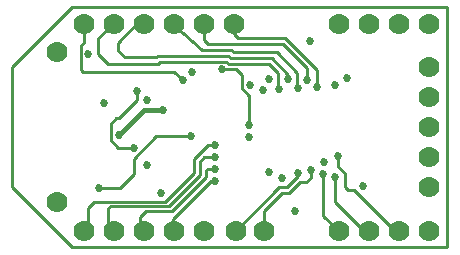
<source format=gbl>
G04 Layer_Physical_Order=4*
G04 Layer_Color=11436288*
%FSAX24Y24*%
%MOIN*%
G70*
G01*
G75*
%ADD26C,0.0100*%
%ADD27C,0.0150*%
%ADD32C,0.0700*%
%ADD33C,0.0270*%
D26*
X-010980Y003330D02*
X-010460D01*
X-011220Y003570D02*
X-010980Y003330D01*
X-011630Y001980D02*
X-010930D01*
X-010620Y002290D01*
X-009568Y006185D02*
X-007382D01*
X-009653Y006100D02*
X-009568Y006185D01*
X-007382D02*
X-007297Y006100D01*
X-009651Y006385D02*
X-007299D01*
X-009701Y006335D02*
X-009651Y006385D01*
X-009107Y005860D02*
X-008822Y005575D01*
X-012160Y005860D02*
X-009107D01*
X-012225Y005925D02*
X-012160Y005860D01*
X-007299Y006385D02*
X-007214Y006300D01*
X-012225Y005925D02*
Y006727D01*
X-012100Y006852D01*
X-010450Y002450D02*
Y002950D01*
X-010615Y002285D02*
X-010450Y002450D01*
Y002950D02*
X-009700Y003700D01*
X-009417Y001530D02*
X-008450Y002497D01*
X-009284Y001380D02*
X-008250Y002414D01*
X-011220Y001380D02*
X-009284D01*
X-011300Y001300D02*
X-011220Y001380D01*
X-011770Y001530D02*
X-009417D01*
X-011992Y001308D02*
X-011770Y001530D01*
X-010620Y002290D02*
X-010615Y002285D01*
X-011050Y004300D02*
X-010950D01*
X-010350Y004900D01*
X-011220Y004130D02*
X-011050Y004300D01*
X-011220Y003570D02*
Y004130D01*
X-012100Y006852D02*
Y007450D01*
X-011635Y006432D02*
Y006965D01*
Y006432D02*
X-011303Y006100D01*
X-009653D01*
X-010970Y006555D02*
Y006830D01*
Y006555D02*
X-010750Y006335D01*
X-010970Y006830D02*
X-010300Y007500D01*
X-012100Y000550D02*
X-011992Y000608D01*
Y001308D01*
X-009150Y000948D02*
X-007898Y002200D01*
X-009150Y000600D02*
Y000948D01*
Y000600D02*
X-009100Y000550D01*
X-011300Y000750D02*
Y001300D01*
Y000750D02*
X-011100Y000550D01*
X-010050Y001200D02*
X-009181D01*
X-010250Y001000D02*
X-010050Y001200D01*
X-010250Y000750D02*
Y001000D01*
Y000750D02*
X-009950Y000450D01*
X-007898Y002200D02*
X-007750D01*
X-009181Y001200D02*
X-008050Y002331D01*
X-008000Y002600D02*
X-007750D01*
X-008050Y002550D02*
X-008000Y002600D01*
X-008050Y002331D02*
Y002550D01*
X-008100Y003000D02*
X-007750D01*
X-008250Y002850D02*
X-008100Y003000D01*
X-008250Y002414D02*
Y002850D01*
X-008450Y002947D02*
X-007997Y003400D01*
X-008450Y002497D02*
Y002947D01*
X-007997Y003400D02*
X-007750D01*
X-010350Y004900D02*
Y005200D01*
X-007050Y000550D02*
X-005600Y002000D01*
X-005350D01*
X-006100Y000550D02*
Y001217D01*
X-005517Y001800D01*
X-005267D01*
X-004902Y002165D01*
X-004150Y001050D02*
X-003600Y000550D01*
X-003750Y001500D02*
X-002750Y000500D01*
X-002600Y000550D01*
X-004150Y001050D02*
Y002450D01*
X-003750Y001500D02*
Y002350D01*
X-003400Y002000D02*
X-003300Y001900D01*
X-003400Y002000D02*
Y002450D01*
X-003418Y002465D02*
X-003415D01*
X-003400Y002450D01*
X-003650Y002697D02*
X-003418Y002465D01*
X-003650Y002697D02*
Y003053D01*
X-003300Y001900D02*
X-003100D01*
X-001700Y000500D01*
X-001600Y000550D01*
X-006860Y005307D02*
Y005760D01*
X-011635Y006965D02*
X-011100Y007450D01*
X-008100Y006901D02*
Y007500D01*
X-005947Y006100D02*
X-005665Y005818D01*
X-007297Y006100D02*
X-005947D01*
X-005864Y006300D02*
X-005300Y005736D01*
X-007214Y006300D02*
X-005864D01*
X-005697Y006500D02*
X-005015Y005818D01*
X-007131Y006500D02*
X-005697D01*
X-007216Y006585D02*
X-007131Y006500D01*
X-008100Y006901D02*
X-007984Y006785D01*
X-005485D01*
X-007100Y007100D02*
Y007500D01*
Y007100D02*
X-006985Y006985D01*
X-005402D01*
X-010750Y006335D02*
X-009701D01*
X-008185Y006585D02*
X-007216D01*
X-009700Y003700D02*
X-008550D01*
X-009100Y007400D02*
X-008185Y006585D01*
X-005350Y002000D02*
X-004980Y002370D01*
Y002470D01*
X-004902Y002165D02*
X-004705D01*
X-004560Y002310D01*
Y002590D01*
X-005665Y005305D02*
X-005630Y005270D01*
X-005665Y005305D02*
Y005818D01*
X-005015Y005345D02*
X-004980Y005310D01*
X-005015Y005345D02*
Y005818D01*
X-004340Y005350D02*
Y005923D01*
X-005402Y006985D02*
X-004340Y005923D01*
X-004680Y005580D02*
Y005980D01*
X-005485Y006785D02*
X-004680Y005980D01*
X-005320Y005716D02*
X-005300Y005736D01*
X-005320Y005610D02*
Y005716D01*
X-006600Y004090D02*
Y005047D01*
X-006860Y005307D02*
X-006600Y005047D01*
X-007530Y005950D02*
X-007050D01*
X-006860Y005760D01*
X-014500Y002000D02*
X-012500Y000000D01*
X000000D01*
Y008000D01*
X-012500D02*
X000000D01*
X-014500Y006000D02*
X-012500Y008000D01*
X-014500Y002000D02*
Y006000D01*
D27*
X-010950Y003750D02*
X-010120Y004580D01*
X-009490D01*
D32*
X-013000Y006500D02*
D03*
Y001500D02*
D03*
X-012100Y007450D02*
D03*
X-008100Y000550D02*
D03*
X-009100D02*
D03*
X-010100D02*
D03*
X-011100D02*
D03*
X-012100D02*
D03*
X-007050D02*
D03*
X-006100D02*
D03*
X-003600D02*
D03*
X-002600D02*
D03*
X-001600D02*
D03*
X-000600D02*
D03*
X-011100Y007450D02*
D03*
X-010100D02*
D03*
X-009100D02*
D03*
X-008100D02*
D03*
X-007100D02*
D03*
X-003600D02*
D03*
X-002600D02*
D03*
X-001600D02*
D03*
X-000600D02*
D03*
Y006000D02*
D03*
Y005000D02*
D03*
Y004000D02*
D03*
Y003000D02*
D03*
Y002000D02*
D03*
D33*
X-010460Y003330D02*
D03*
X-010020Y004920D02*
D03*
X-011990Y006460D02*
D03*
X-010030Y002750D02*
D03*
X-011630Y001980D02*
D03*
X-008500Y005860D02*
D03*
X-009550Y001830D02*
D03*
X-008822Y005575D02*
D03*
X-006575Y005425D02*
D03*
X-007750Y002200D02*
D03*
Y002600D02*
D03*
Y003000D02*
D03*
Y003400D02*
D03*
X-003350Y005650D02*
D03*
X-010350Y005200D02*
D03*
X-002800Y002050D02*
D03*
X-004150Y002450D02*
D03*
X-003750Y002350D02*
D03*
X-003650Y003053D02*
D03*
X-004590Y006890D02*
D03*
X-003750Y005400D02*
D03*
X-008550Y003700D02*
D03*
X-011450Y004800D02*
D03*
X-010950Y003750D02*
D03*
X-004980Y002470D02*
D03*
X-004100Y002850D02*
D03*
X-004560Y002590D02*
D03*
X-009490Y004580D02*
D03*
X-006140Y005240D02*
D03*
X-005630Y005270D02*
D03*
X-004980Y005310D02*
D03*
X-004340Y005350D02*
D03*
X-004680Y005580D02*
D03*
X-005320Y005610D02*
D03*
X-005940D02*
D03*
X-006630Y003670D02*
D03*
X-006600Y004090D02*
D03*
X-007530Y005950D02*
D03*
X-005940Y002500D02*
D03*
X-005520Y002320D02*
D03*
X-005080Y001220D02*
D03*
M02*

</source>
